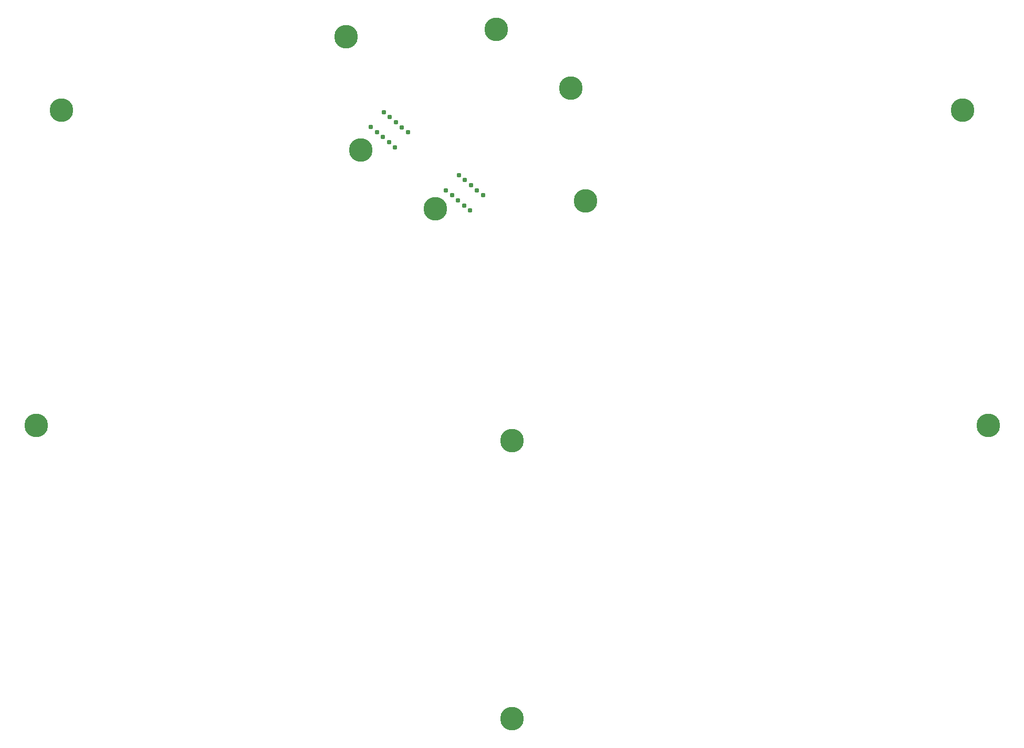
<source format=gbs>
G04 #@! TF.GenerationSoftware,KiCad,Pcbnew,(6.0.0)*
G04 #@! TF.CreationDate,2023-05-15T23:43:54+03:00*
G04 #@! TF.ProjectId,choctopus44-top-plate,63686f63-746f-4707-9573-34342d746f70,2.0*
G04 #@! TF.SameCoordinates,Original*
G04 #@! TF.FileFunction,Soldermask,Bot*
G04 #@! TF.FilePolarity,Negative*
%FSLAX46Y46*%
G04 Gerber Fmt 4.6, Leading zero omitted, Abs format (unit mm)*
G04 Created by KiCad (PCBNEW (6.0.0)) date 2023-05-15 23:43:54*
%MOMM*%
%LPD*%
G01*
G04 APERTURE LIST*
%ADD10C,0.787400*%
%ADD11C,3.800000*%
G04 APERTURE END LIST*
D10*
X140659251Y-69818386D03*
X141632127Y-70634726D03*
X142605003Y-71451067D03*
X139686374Y-69002046D03*
X143577880Y-72267407D03*
X129388220Y-64512300D03*
X127442467Y-62879620D03*
X126469591Y-62063279D03*
X125496714Y-61246939D03*
X128415343Y-63695960D03*
D11*
X148260000Y-156700000D03*
X145676694Y-45483841D03*
X157726694Y-54933841D03*
X75620000Y-58500000D03*
D10*
X140515343Y-73895960D03*
X137596714Y-71446939D03*
X138569591Y-72263279D03*
X141488220Y-74712300D03*
X139542467Y-73079620D03*
D11*
X135900000Y-74400000D03*
X220900000Y-58500000D03*
X121476694Y-46683841D03*
X123850000Y-64950000D03*
X160100000Y-73200000D03*
X148260000Y-111880000D03*
X225000000Y-109400000D03*
D10*
X129515764Y-60474541D03*
X130488640Y-61290882D03*
X127570011Y-58841861D03*
X131461517Y-62107222D03*
X128542888Y-59658201D03*
D11*
X71520000Y-109400000D03*
M02*

</source>
